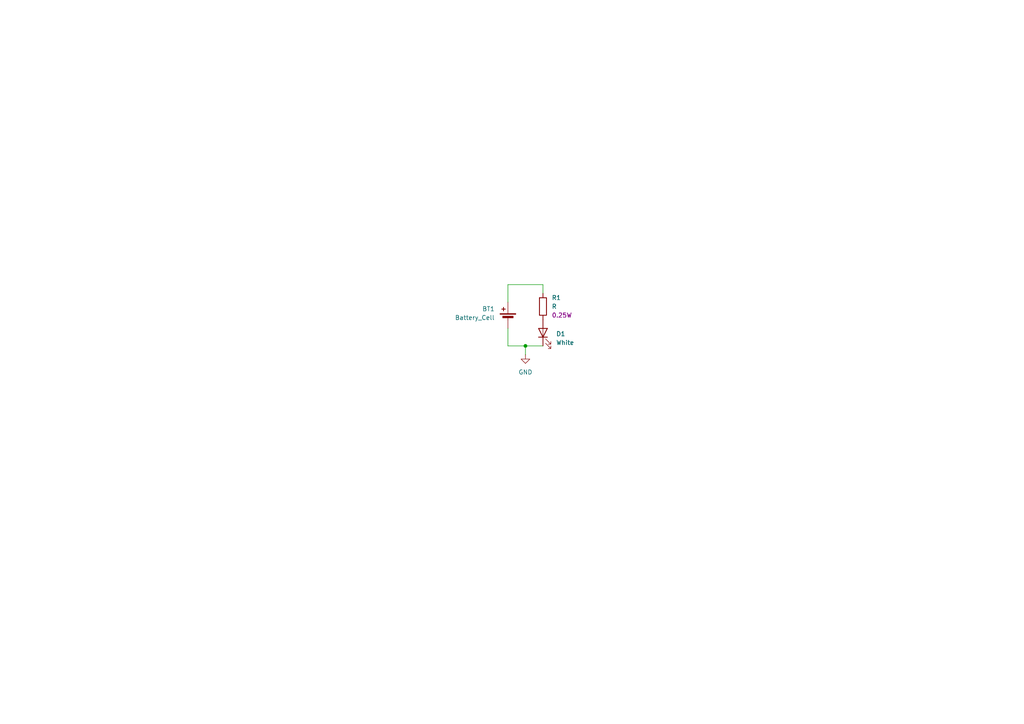
<source format=kicad_sch>
(kicad_sch (version 20250114) (generator "eeschema") (generator_version "9.0")
  (paper "A4")
  (lib_symbols
    (symbol "Device:Battery_Cell" (pin_numbers (hide yes)) (pin_names (offset 0) (hide yes))
      (property "Reference" "BT" (at 2.54 2.54 0))
      (property "Value" "Battery_Cell" (at 2.54 0 0))
      (symbol "Battery_Cell_0_1"
        (rectangle (start -2.286 1.778) (end 2.286 1.524) (fill (type outline)))
        (rectangle (start -1.524 1.016) (end 1.524 0.508) (fill (type outline)))
        (polyline (pts (xy 0 1.778) (xy 0 2.54)))
        (polyline (pts (xy 0 0.762) (xy 0 0)))
        (polyline (pts (xy 0.762 3.048) (xy 1.778 3.048)) (stroke (width 0.254)))
        (polyline (pts (xy 1.27 3.556) (xy 1.27 2.54)) (stroke (width 0.254)))
      )
      (symbol "Battery_Cell_1_1"
        (pin passive line (at 0 5.08 270) (length 2.54) (name "+") (number "1"))
        (pin passive line (at 0 -2.54 90) (length 2.54) (name "-") (number "2"))
      )
    )
    (symbol "Device:LED" (pin_numbers (hide yes)) (pin_names (offset 1.016) (hide yes))
      (property "Reference" "D" (at 0 2.54 0))
      (property "Value" "LED" (at 0 -2.54 0))
      (symbol "LED_0_1"
        (polyline (pts (xy -3.048 -0.762) (xy -4.572 -2.286) (xy -3.81 -2.286) (xy -4.572 -2.286) (xy -4.572 -1.524)))
        (polyline (pts (xy -1.778 -0.762) (xy -3.302 -2.286) (xy -2.54 -2.286) (xy -3.302 -2.286) (xy -3.302 -1.524)))
        (polyline (pts (xy -1.27 0) (xy 1.27 0)))
        (polyline (pts (xy -1.27 -1.27) (xy -1.27 1.27)) (stroke (width 0.254)))
        (polyline (pts (xy 1.27 -1.27) (xy 1.27 1.27) (xy -1.27 0) (xy 1.27 -1.27)) (stroke (width 0.254)))
      )
      (symbol "LED_1_1"
        (pin passive line (at -3.81 0 0) (length 2.54) (name "K") (number "1"))
        (pin passive line (at 3.81 0 180) (length 2.54) (name "A") (number "2"))
      )
    )
    (symbol "Device:R" (pin_numbers (hide yes)) (pin_names (offset 0))
      (property "Reference" "R" (at 2.032 0 90))
      (property "Value" "R" (at 0 0 90))
      (symbol "R_0_1"
        (rectangle (start -1.016 -2.54) (end 1.016 2.54) (stroke (width 0.254)))
      )
      (symbol "R_1_1"
        (pin passive line (at 0 3.81 270) (length 1.27) (name "~") (number "1"))
        (pin passive line (at 0 -3.81 90) (length 1.27) (name "~") (number "2"))
      )
    )
    (symbol "power:GND" (power) (pin_numbers (hide yes)) (pin_names (offset 0) (hide yes))
      (property "Value" "GND" (at 0 -3.81 0))
      (symbol "GND_0_1"
        (polyline (pts (xy 0 0) (xy 0 -1.27) (xy 1.27 -1.27) (xy 0 -2.54) (xy -1.27 -1.27) (xy 0 -1.27)))
      )
      (symbol "GND_1_1"
        (pin power_in line (at 0 0 270) (length 0) (name "~") (number "1"))
      )
    )
  )
  (junction (at 152.4 100.33))
  (wire (pts (xy 147.32 100.33) (xy 152.4 100.33)))
  (wire (pts (xy 157.48 82.55) (xy 147.32 82.55)))
  (wire (pts (xy 152.4 102.87) (xy 152.4 100.33)))
  (wire (pts (xy 147.32 95.25) (xy 147.32 100.33)))
  (wire (pts (xy 152.4 100.33) (xy 157.48 100.33)))
  (wire (pts (xy 147.32 82.55) (xy 147.32 87.63)))
  (wire (pts (xy 157.48 85.09) (xy 157.48 82.55)))
  (symbol (lib_id "power:GND") (at 152.4 102.87 0) (unit 1)
    (property "Reference" "#PWR01" (effects (hide yes)))
    (property "Value" "GND" (at 152.4 107.95 0))
    (property "Description" "Power symbol creates a global label with name \"GND\" , ground" (effects (hide yes)))
  )
  (symbol (lib_id "Device:Battery_Cell") (at 147.32 92.71 0) (mirror y) (unit 1)
    (property "Reference" "BT1" (at 143.51 89.5984 0) (effects (justify left)))
    (property "Value" "Battery_Cell" (at 143.51 92.1384 0) (effects (justify left)))
    (property "Footprint" "Battery:BatteryHolder_MYOUNG_BS-07-A1BJ001_CR2032" (effects (hide yes)))
    (property "Description" "Single-cell battery" (effects (hide yes)))
    (property "Test" "Test" (effects (hide yes)))
  )
  (symbol (lib_id "Device:R") (at 157.48 88.9 0) (unit 1)
    (property "Reference" "R1" (at 160.02 86.3599 0) (effects (justify left)))
    (property "Value" "R" (at 160.02 88.8999 0) (effects (justify left)))
    (property "Footprint" "Resistor_SMD:R_0805_2012Metric_Pad1.20x1.40mm_HandSolder" (effects (hide yes)))
    (property "Datasheet" "test data for datasheet" (effects (hide yes)))
    (property "Description" "Resistor" (effects (hide yes)))
    (property "MPN" "Generic" (effects (hide yes)))
    (property "Rating" "0.25W" (at 160.02 91.4399 0) (effects (justify left)))
  )
  (symbol (lib_id "Device:LED") (at 157.48 96.52 90) (unit 1)
    (property "Reference" "D1" (at 161.29 96.8374 90) (effects (justify right)))
    (property "Value" "White" (at 161.29 99.3774 90) (effects (justify right)))
    (property "Footprint" "LED_SMD:LED_0805_2012Metric_Pad1.15x1.40mm_HandSolder" (effects (hide yes)))
    (property "Datasheet" "https://docs.broadcom.com/doc/HSMW-C170-U0000-DS100" (effects (hide yes)))
    (property "Description" "Light emitting diode" (effects (hide yes)))
    (property "Sim.Pins" "1=K 2=A" (effects (hide yes)))
    (property "MPN" "HSMW-C170-U0000 " (effects (hide yes)))
  )
)
</source>
